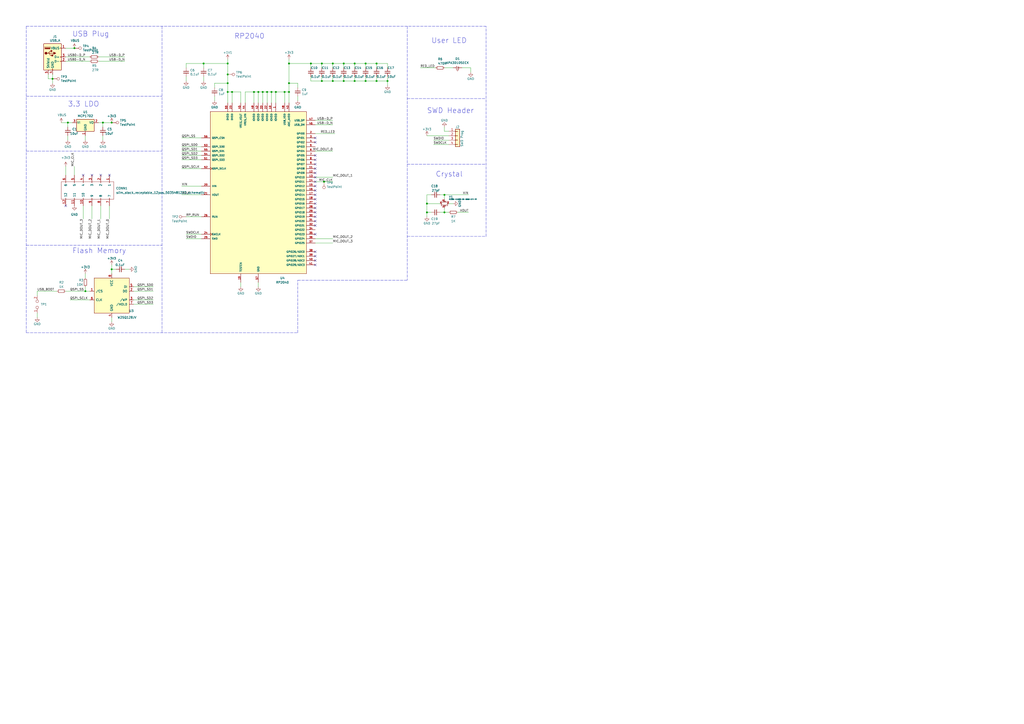
<source format=kicad_sch>
(kicad_sch (version 20211123) (generator eeschema)
  (paper "A2")
  (title_block (title "Multi Speaker Wearable Array") (date "2021-11-20") (rev "V 0.1") (comment 3 "Fork of: Mico, Electronuts Labs") (comment 4 "Design: Cayden Pierce"))
  (lib_symbols
    (symbol "+3V3_1" (power) (pin_names (offset 0))
      (property "Value" "+3V3_1" (at 0 3.556 0))
      (symbol "+3V3_1_0_1"
        (polyline (pts (xy -0.762 1.27) (xy 0 2.54)))
        (polyline (pts (xy 0 0) (xy 0 2.54)))
        (polyline (pts (xy 0 2.54) (xy 0.762 1.27)))
      )
      (symbol "+3V3_1_1_1"
        (pin power_in line (at 0 0 90) (length 0) hide (name "+3V3") (number "1"))
      )
    )
    (symbol "Connector:TestPoint" (pin_numbers hide) (pin_names (offset 0.762) hide)
      (property "Reference" "TP" (at 0 6.858 0))
      (property "Value" "Connector_TestPoint" (at 0 5.08 0))
      (symbol "TestPoint_0_1"
        (circle (center 0 3.302) (radius 0.762))
      )
      (symbol "TestPoint_1_1"
        (pin passive line (at 0 0 90) (length 2.54) (name "1") (number "1"))
      )
    )
    (symbol "Connector:TestPoint_2Pole" (pin_names (offset 0.762) hide)
      (property "Reference" "TP" (at 0 1.524 0))
      (property "Value" "Connector_TestPoint_2Pole" (at 0 -1.778 0))
      (symbol "TestPoint_2Pole_0_1"
        (circle (center -1.778 0) (radius 0.762))
        (circle (center 1.778 0) (radius 0.762))
        (pin passive line (at -5.08 0 0) (length 2.54) (name "1") (number "1"))
        (pin passive line (at 5.08 0 180) (length 2.54) (name "2") (number "2"))
      )
    )
    (symbol "Connector_Generic:Conn_01x04" (pin_names (offset 1.016) hide)
      (property "Reference" "J" (at 0 5.08 0))
      (property "Value" "Connector_Generic_Conn_01x04" (at 0 -7.62 0))
      (symbol "Conn_01x04_1_1"
        (rectangle (start -1.27 -4.953) (end 0 -5.207) (stroke (width 0.1524)))
        (rectangle (start -1.27 -2.413) (end 0 -2.667) (stroke (width 0.1524)))
        (rectangle (start -1.27 0.127) (end 0 -0.127) (stroke (width 0.1524)))
        (rectangle (start -1.27 2.667) (end 0 2.413) (stroke (width 0.1524)))
        (rectangle (start -1.27 3.81) (end 1.27 -6.35) (stroke (width 0.254)) (fill (type background)))
        (pin passive line (at -5.08 2.54 0) (length 3.81) (name "Pin_1") (number "1"))
        (pin passive line (at -5.08 0 0) (length 3.81) (name "Pin_2") (number "2"))
        (pin passive line (at -5.08 -2.54 0) (length 3.81) (name "Pin_3") (number "3"))
        (pin passive line (at -5.08 -5.08 0) (length 3.81) (name "Pin_4") (number "4"))
      )
    )
    (symbol "Device:C_Small" (pin_numbers hide) (pin_names (offset 0.254) hide)
      (property "Reference" "C" (at 0.254 1.778 0))
      (property "Value" "Device_C_Small" (at 0.254 -2.032 0))
      (symbol "C_Small_0_1"
        (polyline (pts (xy -1.524 -0.508) (xy 1.524 -0.508)) (stroke (width 0.3302)))
        (polyline (pts (xy -1.524 0.508) (xy 1.524 0.508)) (stroke (width 0.3048)))
      )
      (symbol "C_Small_1_1"
        (pin passive line (at 0 2.54 270) (length 2.032) (name "~") (number "1"))
        (pin passive line (at 0 -2.54 90) (length 2.032) (name "~") (number "2"))
      )
    )
    (symbol "Device:Crystal_GND24_Small" (pin_names (offset 1.016) hide)
      (property "Reference" "Y" (at 1.27 4.445 0))
      (property "Value" "Device_Crystal_GND24_Small" (at 1.27 2.54 0))
      (symbol "Crystal_GND24_Small_0_1"
        (rectangle (start -0.762 -1.524) (end 0.762 1.524))
        (polyline (pts (xy -1.27 -0.762) (xy -1.27 0.762)) (stroke (width 0.381)))
        (polyline (pts (xy 1.27 -0.762) (xy 1.27 0.762)) (stroke (width 0.381)))
        (polyline (pts (xy -1.27 -1.27) (xy -1.27 -1.905) (xy 1.27 -1.905) (xy 1.27 -1.27)))
        (polyline (pts (xy -1.27 1.27) (xy -1.27 1.905) (xy 1.27 1.905) (xy 1.27 1.27)))
      )
      (symbol "Crystal_GND24_Small_1_1"
        (pin passive line (at -2.54 0 0) (length 1.27) (name "1") (number "1"))
        (pin passive line (at 0 -2.54 90) (length 0.635) (name "2") (number "2"))
        (pin passive line (at 2.54 0 180) (length 1.27) (name "3") (number "3"))
        (pin passive line (at 0 2.54 270) (length 0.635) (name "4") (number "4"))
      )
    )
    (symbol "Device:LED_Small" (pin_numbers hide) (pin_names (offset 0.254) hide)
      (property "Reference" "D" (at -1.27 3.175 0))
      (property "Value" "Device_LED_Small" (at -4.445 -2.54 0))
      (symbol "LED_Small_0_1"
        (polyline (pts (xy -0.762 -1.016) (xy -0.762 1.016)))
        (polyline (pts (xy 1.016 0) (xy -0.762 0)))
        (polyline (pts (xy 0.762 -1.016) (xy -0.762 0) (xy 0.762 1.016) (xy 0.762 -1.016)))
        (polyline (pts (xy 0 0.762) (xy -0.508 1.27) (xy -0.254 1.27) (xy -0.508 1.27) (xy -0.508 1.016)))
        (polyline (pts (xy 0.508 1.27) (xy 0 1.778) (xy 0.254 1.778) (xy 0 1.778) (xy 0 1.524)))
      )
      (symbol "LED_Small_1_1"
        (pin passive line (at -2.54 0 0) (length 1.778) (name "K") (number "1"))
        (pin passive line (at 2.54 0 180) (length 1.778) (name "A") (number "2"))
      )
    )
    (symbol "Device:R_Small" (pin_numbers hide) (pin_names (offset 0.254) hide)
      (property "Reference" "R" (at 0.762 0.508 0))
      (property "Value" "Device_R_Small" (at 0.762 -1.016 0))
      (symbol "R_Small_0_1"
        (rectangle (start -0.762 1.778) (end 0.762 -1.778) (stroke (width 0.2032)))
      )
      (symbol "R_Small_1_1"
        (pin passive line (at 0 2.54 270) (length 0.762) (name "~") (number "1"))
        (pin passive line (at 0 -2.54 90) (length 0.762) (name "~") (number "2"))
      )
    )
    (symbol "GND_1" (power) (pin_names (offset 0))
      (property "Value" "GND_1" (at 0 -3.81 0))
      (symbol "GND_1_0_1"
        (polyline (pts (xy 0 0) (xy 0 -1.27) (xy 1.27 -1.27) (xy 0 -2.54) (xy -1.27 -1.27) (xy 0 -1.27)))
      )
      (symbol "GND_1_1_1"
        (pin power_in line (at 0 0 270) (length 0) hide (name "GND") (number "1"))
      )
    )
    (symbol "MSA_lib:slim_stack_receptable_12pos_5035481222_schematic"
      (property "Reference" "CONN" (at 24.13 0 90))
      (property "Value" "slim_stack_receptable_12pos_5035481222_schematic" (at 1.27 10.16 0))
      (symbol "slim_stack_receptable_12pos_5035481222_schematic_0_1"
        (rectangle (start -8.89 2.54) (end 21.59 -7.62))
      )
      (symbol "slim_stack_receptable_12pos_5035481222_schematic_1_1"
        (pin bidirectional line (at 19.05 6.35 270) (length 4.54) (name "1") (number "1"))
        (pin bidirectional line (at 3.81 -11.43 90) (length 4.54) (name "10") (number "10"))
        (pin bidirectional line (at -1.27 -11.43 90) (length 4.54) (name "11") (number "11"))
        (pin bidirectional line (at -6.35 -11.43 90) (length 4.54) (name "12") (number "12"))
        (pin bidirectional line (at 13.97 6.35 270) (length 4.54) (name "2") (number "2"))
        (pin bidirectional line (at 8.89 6.35 270) (length 4.54) (name "3") (number "3"))
        (pin bidirectional line (at 3.81 6.35 270) (length 4.54) (name "4") (number "4"))
        (pin bidirectional line (at -1.27 6.35 270) (length 4.54) (name "5") (number "5"))
        (pin bidirectional line (at -6.35 6.35 270) (length 4.54) (name "6") (number "6"))
        (pin bidirectional line (at 19.05 -11.43 90) (length 4.54) (name "7") (number "7"))
        (pin bidirectional line (at 13.97 -11.43 90) (length 4.54) (name "8") (number "8"))
        (pin bidirectional line (at 8.89 -11.43 90) (length 4.54) (name "9") (number "9"))
      )
    )
    (symbol "Regulator_Linear:MCP1700-3302E_SOT23" (pin_names (offset 0.254))
      (property "Reference" "U" (at -3.81 3.175 0))
      (property "Value" "Regulator_Linear_MCP1700-3302E_SOT23" (at 0 3.175 0))
      (symbol "MCP1700-3302E_SOT23_0_1"
        (rectangle (start -5.08 1.905) (end 5.08 -5.08) (stroke (width 0.254)) (fill (type background)))
      )
      (symbol "MCP1700-3302E_SOT23_1_1"
        (pin power_in line (at 0 -7.62 90) (length 2.54) (name "GND") (number "1"))
        (pin power_out line (at 7.62 0 180) (length 2.54) (name "VO") (number "2"))
        (pin power_in line (at -7.62 0 0) (length 2.54) (name "VI") (number "3"))
      )
    )
    (symbol "mico-rescue:USB_A-Connector" (pin_names (offset 1.016))
      (property "Reference" "J" (at -5.08 11.43 0))
      (property "Value" "USB_A-Connector" (at -5.08 8.89 0))
      (symbol "USB_A-Connector_0_1"
        (rectangle (start -5.08 -7.62) (end 5.08 7.62) (stroke (width 0.254)) (fill (type background)))
        (circle (center -3.81 2.159) (radius 0.635) (stroke (width 0.254)) (fill (type outline)))
        (rectangle (start -1.524 4.826) (end -4.318 5.334) (fill (type outline)))
        (rectangle (start -1.27 4.572) (end -4.572 5.842))
        (circle (center -0.635 3.429) (radius 0.381) (stroke (width 0.254)) (fill (type outline)))
        (rectangle (start -0.127 -7.62) (end 0.127 -6.858))
        (polyline (pts (xy -3.175 2.159) (xy -2.54 2.159) (xy -1.27 3.429) (xy -0.635 3.429)) (stroke (width 0.254)))
        (polyline (pts (xy -2.54 2.159) (xy -1.905 2.159) (xy -1.27 0.889) (xy 0 0.889)) (stroke (width 0.254)))
        (polyline (pts (xy 0.635 2.794) (xy 0.635 1.524) (xy 1.905 2.159) (xy 0.635 2.794)) (stroke (width 0.254)) (fill (type outline)))
        (rectangle (start 0.254 1.27) (end -0.508 0.508) (stroke (width 0.254)) (fill (type outline)))
        (rectangle (start 5.08 -2.667) (end 4.318 -2.413))
        (rectangle (start 5.08 -0.127) (end 4.318 0.127))
        (rectangle (start 5.08 4.953) (end 4.318 5.207))
      )
      (symbol "USB_A-Connector_1_1"
        (polyline (pts (xy -1.905 2.159) (xy 0.635 2.159)) (stroke (width 0.254)))
        (pin power_in line (at 7.62 5.08 180) (length 2.54) (name "VBUS") (number "1"))
        (pin bidirectional line (at 7.62 -2.54 180) (length 2.54) (name "D-") (number "2"))
        (pin bidirectional line (at 7.62 0 180) (length 2.54) (name "D+") (number "3"))
        (pin power_in line (at 0 -10.16 90) (length 2.54) (name "GND") (number "4"))
        (pin passive line (at -2.54 -10.16 90) (length 2.54) (name "Shield") (number "5"))
      )
    )
    (symbol "mico:RP2040" (pin_names (offset 1.016))
      (property "Reference" "U" (at 17.78 -50.8 0))
      (property "Value" "RP2040" (at 15.24 -53.34 0))
      (symbol "RP2040_0_0"
        (pin power_in line (at 10.16 53.34 270) (length 5.08) (name "IOVDD") (number "1"))
        (pin power_in line (at 7.62 53.34 270) (length 5.08) (name "IOVDD") (number "10"))
        (pin bidirectional line (at 33.02 15.24 180) (length 5.08) (name "GPIO8") (number "11"))
        (pin bidirectional line (at 33.02 12.7 180) (length 5.08) (name "GPIO9") (number "12"))
        (pin bidirectional line (at 33.02 10.16 180) (length 5.08) (name "GPIO10") (number "13"))
        (pin bidirectional line (at 33.02 7.62 180) (length 5.08) (name "GPIO11") (number "14"))
        (pin bidirectional line (at 33.02 5.08 180) (length 5.08) (name "GPIO12") (number "15"))
        (pin bidirectional line (at 33.02 2.54 180) (length 5.08) (name "GPIO13") (number "16"))
        (pin bidirectional line (at 33.02 0 180) (length 5.08) (name "GPIO14") (number "17"))
        (pin bidirectional line (at 33.02 -2.54 180) (length 5.08) (name "GPIO15") (number "18"))
        (pin passive line (at -10.16 -50.8 90) (length 5.08) (name "TESTEN") (number "19"))
        (pin bidirectional line (at 33.02 35.56 180) (length 5.08) (name "GPIO0") (number "2"))
        (pin input line (at -33.02 5.08 0) (length 5.08) (name "XIN") (number "20"))
        (pin output line (at -33.02 0 0) (length 5.08) (name "XOUT") (number "21"))
        (pin power_in line (at 5.08 53.34 270) (length 5.08) (name "IOVDD") (number "22"))
        (pin power_in line (at -15.24 53.34 270) (length 5.08) (name "DVDD") (number "23"))
        (pin input clock (at -33.02 -22.86 0) (length 5.08) (name "SWCLK") (number "24"))
        (pin bidirectional line (at -33.02 -25.4 0) (length 5.08) (name "SWD") (number "25"))
        (pin input line (at -33.02 -12.7 0) (length 5.08) (name "RUN") (number "26"))
        (pin bidirectional line (at 33.02 -5.08 180) (length 5.08) (name "GPIO16") (number "27"))
        (pin bidirectional line (at 33.02 -7.62 180) (length 5.08) (name "GPIO17") (number "28"))
        (pin bidirectional line (at 33.02 -10.16 180) (length 5.08) (name "GPIO18") (number "29"))
        (pin bidirectional line (at 33.02 33.02 180) (length 5.08) (name "GPIO1") (number "3"))
        (pin bidirectional line (at 33.02 -12.7 180) (length 5.08) (name "GPIO19") (number "30"))
        (pin bidirectional line (at 33.02 -15.24 180) (length 5.08) (name "GPIO20") (number "31"))
        (pin bidirectional line (at 33.02 -17.78 180) (length 5.08) (name "GPIO21") (number "32"))
        (pin power_in line (at 2.54 53.34 270) (length 5.08) (name "IOVDD") (number "33"))
        (pin bidirectional line (at 33.02 -20.32 180) (length 5.08) (name "GPIO22") (number "34"))
        (pin bidirectional line (at 33.02 -22.86 180) (length 5.08) (name "GPIO23") (number "35"))
        (pin bidirectional line (at 33.02 -25.4 180) (length 5.08) (name "GPIO24") (number "36"))
        (pin bidirectional line (at 33.02 -27.94 180) (length 5.08) (name "GPIO25") (number "37"))
        (pin bidirectional line (at 33.02 -33.02 180) (length 5.08) (name "GPIO26/ADC0") (number "38"))
        (pin bidirectional line (at 33.02 -35.56 180) (length 5.08) (name "GPIO27/ADC1") (number "39"))
        (pin bidirectional line (at 33.02 30.48 180) (length 5.08) (name "GPIO2") (number "4"))
        (pin bidirectional line (at 33.02 -38.1 180) (length 5.08) (name "GPIO28/ADC2") (number "40"))
        (pin bidirectional line (at 33.02 -40.64 180) (length 5.08) (name "GPIO29/ADC3") (number "41"))
        (pin power_in line (at 0 53.34 270) (length 5.08) (name "IOVDD") (number "42"))
        (pin power_in line (at 17.78 53.34 270) (length 5.08) (name "ADC_AVDD") (number "43"))
        (pin input line (at -7.62 53.34 270) (length 5.08) (name "VREG_VIN") (number "44"))
        (pin output line (at -10.16 53.34 270) (length 5.08) (name "VREG_VOUT") (number "45"))
        (pin bidirectional line (at 33.02 40.64 180) (length 5.08) (name "USB_DM") (number "46"))
        (pin bidirectional line (at 33.02 43.18 180) (length 5.08) (name "USB_DP") (number "47"))
        (pin power_in line (at 15.24 53.34 270) (length 5.08) (name "USB_VDD") (number "48"))
        (pin power_in line (at -2.54 53.34 270) (length 5.08) (name "IOVDD") (number "49"))
        (pin bidirectional line (at 33.02 27.94 180) (length 5.08) (name "GPIO3") (number "5"))
        (pin power_in line (at -17.78 53.34 270) (length 5.08) (name "DVDD") (number "50"))
        (pin bidirectional line (at -33.02 20.32 0) (length 5.08) (name "QSPI_SD3") (number "51"))
        (pin bidirectional clock (at -33.02 15.24 0) (length 5.08) (name "QSPI_SCLK") (number "52"))
        (pin bidirectional line (at -33.02 27.94 0) (length 5.08) (name "QSPI_SD0") (number "53"))
        (pin bidirectional line (at -33.02 22.86 0) (length 5.08) (name "QSPI_SD2") (number "54"))
        (pin bidirectional line (at -33.02 25.4 0) (length 5.08) (name "QSPI_SD1") (number "55"))
        (pin bidirectional line (at -33.02 33.02 0) (length 5.08) (name "QSPI_CSN") (number "56"))
        (pin power_in line (at 0 -50.8 90) (length 5.08) (name "GND") (number "57"))
        (pin bidirectional line (at 33.02 25.4 180) (length 5.08) (name "GPIO4") (number "6"))
        (pin bidirectional line (at 33.02 22.86 180) (length 5.08) (name "GPIO5") (number "7"))
        (pin bidirectional line (at 33.02 20.32 180) (length 5.08) (name "GPIO6") (number "8"))
        (pin bidirectional line (at 33.02 17.78 180) (length 5.08) (name "GPIO7") (number "9"))
      )
      (symbol "RP2040_0_1"
        (rectangle (start 27.94 48.26) (end -27.94 -45.72) (stroke (width 0.2032)) (fill (type background)))
      )
    )
    (symbol "mico:W25Q128JV" (pin_names (offset 1.016))
      (property "Reference" "U" (at 0 22.86 0))
      (property "Value" "W25Q128JV" (at 0 20.32 0))
      (symbol "W25Q128JV_0_1"
        (rectangle (start -10.16 10.16) (end 10.16 -10.16) (stroke (width 0.2032)) (fill (type background)))
      )
      (symbol "W25Q128JV_1_1"
        (pin input line (at -12.7 2.54 0) (length 2.54) (name "/CS") (number "1"))
        (pin bidirectional line (at 12.7 2.54 180) (length 2.54) (name "DO") (number "2"))
        (pin bidirectional line (at 12.7 -2.54 180) (length 2.54) (name "/WP") (number "3"))
        (pin power_in line (at 0 -12.7 90) (length 2.54) (name "GND") (number "4"))
        (pin bidirectional line (at 12.7 5.08 180) (length 2.54) (name "DI") (number "5"))
        (pin input line (at -12.7 -2.54 0) (length 2.54) (name "CLK") (number "6"))
        (pin bidirectional line (at 12.7 -5.08 180) (length 2.54) (name "/HOLD") (number "7"))
        (pin power_in line (at 0 12.7 270) (length 2.54) (name "VCC") (number "8"))
      )
    )
    (symbol "power:+1V1" (power) (pin_names (offset 0))
      (property "Value" "power_+1V1" (at 0 3.556 0))
      (symbol "+1V1_0_1"
        (polyline (pts (xy -0.762 1.27) (xy 0 2.54)))
        (polyline (pts (xy 0 0) (xy 0 2.54)))
        (polyline (pts (xy 0 2.54) (xy 0.762 1.27)))
      )
      (symbol "+1V1_1_1"
        (pin power_in line (at 0 0 90) (length 0) hide (name "+1V1") (number "1"))
      )
    )
    (symbol "power:+3V3" (power) (pin_names (offset 0))
      (property "Value" "power_+3V3" (at 0 3.556 0))
      (symbol "+3V3_0_1"
        (polyline (pts (xy -0.762 1.27) (xy 0 2.54)))
        (polyline (pts (xy 0 0) (xy 0 2.54)))
        (polyline (pts (xy 0 2.54) (xy 0.762 1.27)))
      )
      (symbol "+3V3_1_1"
        (pin power_in line (at 0 0 90) (length 0) hide (name "+3V3") (number "1"))
      )
    )
    (symbol "power:GND" (power) (pin_names (offset 0))
      (property "Value" "power_GND" (at 0 -3.81 0))
      (symbol "GND_0_1"
        (polyline (pts (xy 0 0) (xy 0 -1.27) (xy 1.27 -1.27) (xy 0 -2.54) (xy -1.27 -1.27) (xy 0 -1.27)))
      )
      (symbol "GND_1_1"
        (pin power_in line (at 0 0 270) (length 0) hide (name "GND") (number "1"))
      )
    )
    (symbol "power:VBUS" (power) (pin_names (offset 0))
      (property "Value" "power_VBUS" (at 0 3.81 0))
      (symbol "VBUS_0_1"
        (polyline (pts (xy -0.762 1.27) (xy 0 2.54)))
        (polyline (pts (xy 0 0) (xy 0 2.54)))
        (polyline (pts (xy 0 2.54) (xy 0.762 1.27)))
      )
      (symbol "VBUS_1_1"
        (pin power_in line (at 0 0 90) (length 0) hide (name "VBUS") (number "1"))
      )
    )
  )
  (junction (at 147.32 53.34))
  (junction (at 212.09 36.83))
  (junction (at 157.48 53.34))
  (junction (at 247.65 118.11))
  (junction (at 132.08 36.83))
  (junction (at 167.64 48.26))
  (junction (at 59.69 71.12))
  (junction (at 186.69 36.83))
  (junction (at 167.64 53.34))
  (junction (at 193.04 36.83))
  (junction (at 212.09 46.99))
  (junction (at 64.77 71.12))
  (junction (at 160.02 53.34))
  (junction (at 118.11 36.83))
  (junction (at 49.53 168.91))
  (junction (at 247.65 123.19))
  (junction (at 205.74 46.99))
  (junction (at 180.34 36.83))
  (junction (at 257.81 123.19))
  (junction (at 218.44 36.83))
  (junction (at 199.39 46.99))
  (junction (at 132.08 53.34))
  (junction (at 186.69 46.99))
  (junction (at 43.18 27.94))
  (junction (at 224.79 46.99))
  (junction (at 39.37 71.12))
  (junction (at 193.04 46.99))
  (junction (at 149.86 53.34))
  (junction (at 154.94 53.34))
  (junction (at 257.81 113.03))
  (junction (at 218.44 46.99))
  (junction (at 205.74 36.83))
  (junction (at 64.77 156.21))
  (junction (at 30.48 45.72))
  (junction (at 167.64 36.83))
  (junction (at 165.1 53.34))
  (junction (at 199.39 36.83))
  (junction (at 134.62 53.34))
  (junction (at 187.96 105.41))
  (junction (at 152.4 53.34))
  (junction (at 132.08 48.26))
  (junction (at 132.08 43.18))
  (no_connect (at 182.88 118.11))
  (no_connect (at 182.88 151.13))
  (no_connect (at 182.88 97.79))
  (no_connect (at 182.88 90.17))
  (no_connect (at 182.88 148.59))
  (no_connect (at 182.88 115.57))
  (no_connect (at 182.88 123.19))
  (no_connect (at 182.88 92.71))
  (no_connect (at 182.88 100.33))
  (no_connect (at 182.88 105.41))
  (no_connect (at 182.88 130.81))
  (no_connect (at 38.1 119.38))
  (no_connect (at 182.88 120.65))
  (no_connect (at 182.88 135.89))
  (no_connect (at 182.88 110.49))
  (no_connect (at 63.5 101.6))
  (no_connect (at 48.26 101.6))
  (no_connect (at 58.42 101.6))
  (no_connect (at 53.34 101.6))
  (no_connect (at 182.88 153.67))
  (no_connect (at 182.88 113.03))
  (no_connect (at 182.88 128.27))
  (no_connect (at 182.88 82.55))
  (no_connect (at 182.88 95.25))
  (no_connect (at 182.88 102.87))
  (no_connect (at 182.88 146.05))
  (no_connect (at 182.88 107.95))
  (no_connect (at 182.88 125.73))
  (no_connect (at 182.88 80.01))
  (polyline (pts (xy 172.72 193.04) (xy 172.72 162.56)))
  (wire (pts (xy 63.5 119.38) (xy 63.5 127)))
  (polyline (pts (xy 172.72 162.56) (xy 236.22 162.56)))
  (wire (pts (xy 154.94 53.34) (xy 157.48 53.34)))
  (wire (pts (xy 212.09 44.45) (xy 212.09 46.99)))
  (wire (pts (xy 116.84 92.71) (xy 105.41 92.71)))
  (wire (pts (xy 118.11 39.37) (xy 118.11 36.83)))
  (wire (pts (xy 88.9 173.99) (xy 77.47 173.99)))
  (wire (pts (xy 165.1 59.69) (xy 165.1 53.34)))
  (wire (pts (xy 157.48 53.34) (xy 160.02 53.34)))
  (wire (pts (xy 165.1 53.34) (xy 167.64 53.34)))
  (wire (pts (xy 67.31 156.21) (xy 64.77 156.21)))
  (wire (pts (xy 152.4 59.69) (xy 152.4 53.34)))
  (wire (pts (xy 52.07 35.56) (xy 38.1 35.56)))
  (polyline (pts (xy 15.24 55.88) (xy 93.98 55.88)))
  (wire (pts (xy 205.74 44.45) (xy 205.74 46.99)))
  (wire (pts (xy 257.81 76.2) (xy 257.81 73.66)))
  (wire (pts (xy 247.65 123.19) (xy 247.65 125.73)))
  (wire (pts (xy 205.74 36.83) (xy 212.09 36.83)))
  (wire (pts (xy 118.11 36.83) (xy 132.08 36.83)))
  (wire (pts (xy 218.44 46.99) (xy 224.79 46.99)))
  (wire (pts (xy 182.88 105.41) (xy 187.96 105.41)))
  (wire (pts (xy 21.59 168.91) (xy 21.59 171.45)))
  (wire (pts (xy 57.15 71.12) (xy 59.69 71.12)))
  (wire (pts (xy 186.69 39.37) (xy 186.69 36.83)))
  (polyline (pts (xy 236.22 57.15) (xy 281.94 57.15)))
  (wire (pts (xy 57.15 35.56) (xy 72.39 35.56)))
  (wire (pts (xy 247.65 118.11) (xy 247.65 123.19)))
  (wire (pts (xy 59.69 73.66) (xy 59.69 71.12)))
  (wire (pts (xy 38.1 168.91) (xy 49.53 168.91)))
  (wire (pts (xy 118.11 46.99) (xy 118.11 44.45)))
  (wire (pts (xy 224.79 46.99) (xy 224.79 49.53)))
  (wire (pts (xy 186.69 36.83) (xy 193.04 36.83)))
  (wire (pts (xy 193.04 44.45) (xy 193.04 46.99)))
  (wire (pts (xy 180.34 44.45) (xy 180.34 46.99)))
  (wire (pts (xy 160.02 59.69) (xy 160.02 53.34)))
  (wire (pts (xy 160.02 53.34) (xy 165.1 53.34)))
  (wire (pts (xy 134.62 53.34) (xy 132.08 53.34)))
  (wire (pts (xy 199.39 46.99) (xy 205.74 46.99)))
  (wire (pts (xy 116.84 97.79) (xy 105.41 97.79)))
  (wire (pts (xy 105.41 87.63) (xy 116.84 87.63)))
  (wire (pts (xy 105.41 80.01) (xy 116.84 80.01)))
  (wire (pts (xy 39.37 71.12) (xy 35.56 71.12)))
  (wire (pts (xy 218.44 39.37) (xy 218.44 36.83)))
  (wire (pts (xy 132.08 36.83) (xy 132.08 34.29)))
  (wire (pts (xy 257.81 113.03) (xy 271.78 113.03)))
  (wire (pts (xy 218.44 36.83) (xy 224.79 36.83)))
  (wire (pts (xy 149.86 53.34) (xy 152.4 53.34)))
  (wire (pts (xy 243.84 39.37) (xy 252.73 39.37)))
  (wire (pts (xy 273.05 39.37) (xy 273.05 41.91)))
  (wire (pts (xy 41.91 71.12) (xy 39.37 71.12)))
  (wire (pts (xy 64.77 184.15) (xy 64.77 186.69)))
  (wire (pts (xy 53.34 119.38) (xy 53.34 127)))
  (wire (pts (xy 59.69 71.12) (xy 64.77 71.12)))
  (wire (pts (xy 167.64 53.34) (xy 167.64 48.26)))
  (wire (pts (xy 134.62 53.34) (xy 139.7 53.34)))
  (wire (pts (xy 39.37 78.74) (xy 39.37 81.28)))
  (wire (pts (xy 167.64 53.34) (xy 167.64 59.69)))
  (wire (pts (xy 139.7 53.34) (xy 139.7 59.69)))
  (wire (pts (xy 33.02 168.91) (xy 21.59 168.91)))
  (wire (pts (xy 152.4 53.34) (xy 154.94 53.34)))
  (wire (pts (xy 39.37 73.66) (xy 39.37 71.12)))
  (wire (pts (xy 107.95 44.45) (xy 107.95 46.99)))
  (wire (pts (xy 218.44 44.45) (xy 218.44 46.99)))
  (wire (pts (xy 186.69 44.45) (xy 186.69 46.99)))
  (wire (pts (xy 27.94 43.18) (xy 27.94 45.72)))
  (wire (pts (xy 260.35 76.2) (xy 257.81 76.2)))
  (wire (pts (xy 260.35 123.19) (xy 257.81 123.19)))
  (wire (pts (xy 199.39 36.83) (xy 205.74 36.83)))
  (wire (pts (xy 105.41 113.03) (xy 116.84 113.03)))
  (wire (pts (xy 149.86 59.69) (xy 149.86 53.34)))
  (wire (pts (xy 59.69 78.74) (xy 59.69 81.28)))
  (wire (pts (xy 132.08 36.83) (xy 132.08 43.18)))
  (wire (pts (xy 193.04 72.39) (xy 182.88 72.39)))
  (wire (pts (xy 224.79 39.37) (xy 224.79 36.83)))
  (wire (pts (xy 38.1 96.52) (xy 38.1 101.6)))
  (wire (pts (xy 257.81 120.65) (xy 257.81 123.19)))
  (wire (pts (xy 262.89 39.37) (xy 257.81 39.37)))
  (wire (pts (xy 132.08 59.69) (xy 132.08 53.34)))
  (wire (pts (xy 193.04 46.99) (xy 199.39 46.99)))
  (wire (pts (xy 172.72 58.42) (xy 172.72 55.88)))
  (wire (pts (xy 187.96 105.41) (xy 193.04 105.41)))
  (wire (pts (xy 142.24 59.69) (xy 142.24 53.34)))
  (polyline (pts (xy 15.24 142.24) (xy 93.98 142.24)))
  (wire (pts (xy 212.09 39.37) (xy 212.09 36.83)))
  (wire (pts (xy 118.11 36.83) (xy 107.95 36.83)))
  (wire (pts (xy 180.34 36.83) (xy 186.69 36.83)))
  (wire (pts (xy 147.32 59.69) (xy 147.32 53.34)))
  (polyline (pts (xy 236.22 15.24) (xy 236.22 162.56)))
  (wire (pts (xy 257.81 115.57) (xy 257.81 113.03)))
  (polyline (pts (xy 15.24 193.04) (xy 172.72 193.04)))
  (wire (pts (xy 116.84 107.95) (xy 105.41 107.95)))
  (wire (pts (xy 49.53 161.29) (xy 49.53 158.75)))
  (wire (pts (xy 77.47 166.37) (xy 88.9 166.37)))
  (wire (pts (xy 257.81 113.03) (xy 255.27 113.03)))
  (wire (pts (xy 250.19 113.03) (xy 247.65 113.03)))
  (wire (pts (xy 64.77 156.21) (xy 64.77 153.67)))
  (wire (pts (xy 199.39 44.45) (xy 199.39 46.99)))
  (wire (pts (xy 224.79 44.45) (xy 224.79 46.99)))
  (wire (pts (xy 267.97 39.37) (xy 273.05 39.37)))
  (wire (pts (xy 52.07 173.99) (xy 40.64 173.99)))
  (polyline (pts (xy 236.22 95.25) (xy 281.94 95.25)))
  (wire (pts (xy 199.39 39.37) (xy 199.39 36.83)))
  (polyline (pts (xy 15.24 15.24) (xy 15.24 193.04)))
  (wire (pts (xy 247.65 123.19) (xy 250.19 123.19)))
  (wire (pts (xy 180.34 36.83) (xy 167.64 36.83)))
  (wire (pts (xy 257.81 123.19) (xy 255.27 123.19)))
  (wire (pts (xy 43.18 96.52) (xy 43.18 101.6)))
  (wire (pts (xy 182.88 69.85) (xy 193.04 69.85)))
  (wire (pts (xy 116.84 85.09) (xy 105.41 85.09)))
  (wire (pts (xy 116.84 125.73) (xy 107.95 125.73)))
  (wire (pts (xy 193.04 36.83) (xy 199.39 36.83)))
  (wire (pts (xy 147.32 53.34) (xy 149.86 53.34)))
  (wire (pts (xy 212.09 36.83) (xy 218.44 36.83)))
  (wire (pts (xy 49.53 78.74) (xy 49.53 81.28)))
  (wire (pts (xy 260.35 78.74) (xy 247.65 78.74)))
  (wire (pts (xy 57.15 33.02) (xy 72.39 33.02)))
  (wire (pts (xy 124.46 58.42) (xy 124.46 55.88)))
  (wire (pts (xy 271.78 123.19) (xy 265.43 123.19)))
  (wire (pts (xy 30.48 45.72) (xy 30.48 43.18)))
  (wire (pts (xy 132.08 53.34) (xy 132.08 48.26)))
  (wire (pts (xy 48.26 119.38) (xy 48.26 127)))
  (wire (pts (xy 116.84 135.89) (xy 107.95 135.89)))
  (wire (pts (xy 132.08 48.26) (xy 124.46 48.26)))
  (wire (pts (xy 142.24 53.34) (xy 147.32 53.34)))
  (wire (pts (xy 182.88 102.87) (xy 193.04 102.87)))
  (wire (pts (xy 88.9 168.91) (xy 77.47 168.91)))
  (wire (pts (xy 172.72 48.26) (xy 172.72 50.8)))
  (polyline (pts (xy 15.24 15.24) (xy 281.94 15.24)))
  (wire (pts (xy 182.88 138.43) (xy 193.04 138.43)))
  (wire (pts (xy 58.42 119.38) (xy 58.42 127)))
  (wire (pts (xy 247.65 113.03) (xy 247.65 118.11)))
  (wire (pts (xy 205.74 46.99) (xy 212.09 46.99)))
  (wire (pts (xy 167.64 36.83) (xy 167.64 48.26)))
  (wire (pts (xy 182.88 140.97) (xy 193.04 140.97)))
  (wire (pts (xy 182.88 87.63) (xy 193.04 87.63)))
  (wire (pts (xy 72.39 156.21) (xy 74.93 156.21)))
  (wire (pts (xy 77.47 176.53) (xy 88.9 176.53)))
  (wire (pts (xy 260.35 83.82) (xy 251.46 83.82)))
  (wire (pts (xy 64.77 158.75) (xy 64.77 156.21)))
  (wire (pts (xy 167.64 48.26) (xy 172.72 48.26)))
  (wire (pts (xy 212.09 46.99) (xy 218.44 46.99)))
  (wire (pts (xy 260.35 118.11) (xy 262.89 118.11)))
  (wire (pts (xy 154.94 59.69) (xy 154.94 53.34)))
  (wire (pts (xy 107.95 39.37) (xy 107.95 36.83)))
  (wire (pts (xy 134.62 59.69) (xy 134.62 53.34)))
  (wire (pts (xy 205.74 39.37) (xy 205.74 36.83)))
  (wire (pts (xy 132.08 43.18) (xy 132.08 48.26)))
  (wire (pts (xy 149.86 163.83) (xy 149.86 166.37)))
  (wire (pts (xy 21.59 181.61) (xy 21.59 184.15)))
  (polyline (pts (xy 236.22 137.16) (xy 281.94 137.16)))
  (wire (pts (xy 255.27 118.11) (xy 247.65 118.11)))
  (wire (pts (xy 194.31 77.47) (xy 182.88 77.47)))
  (wire (pts (xy 38.1 27.94) (xy 43.18 27.94)))
  (wire (pts (xy 49.53 168.91) (xy 52.07 168.91)))
  (wire (pts (xy 260.35 81.28) (xy 251.46 81.28)))
  (wire (pts (xy 49.53 168.91) (xy 49.53 166.37)))
  (wire (pts (xy 105.41 90.17) (xy 116.84 90.17)))
  (wire (pts (xy 116.84 138.43) (xy 107.95 138.43)))
  (wire (pts (xy 167.64 34.29) (xy 167.64 36.83)))
  (wire (pts (xy 180.34 39.37) (xy 180.34 36.83)))
  (polyline (pts (xy 281.94 137.16) (xy 281.94 15.24)))
  (wire (pts (xy 157.48 59.69) (xy 157.48 53.34)))
  (wire (pts (xy 193.04 39.37) (xy 193.04 36.83)))
  (wire (pts (xy 27.94 45.72) (xy 30.48 45.72)))
  (wire (pts (xy 139.7 163.83) (xy 139.7 166.37)))
  (wire (pts (xy 38.1 33.02) (xy 52.07 33.02)))
  (wire (pts (xy 186.69 46.99) (xy 193.04 46.99)))
  (wire (pts (xy 180.34 46.99) (xy 186.69 46.99)))
  (wire (pts (xy 30.48 48.26) (xy 30.48 45.72)))
  (polyline (pts (xy 15.24 87.63) (xy 93.98 87.63)))
  (polyline (pts (xy 93.98 15.24) (xy 93.98 193.04)))
  (wire (pts (xy 124.46 48.26) (xy 124.46 50.8)))
  (text "USB Plug" (at 41.91 21.59 0) (effects (font (size 2.9972 2.9972)) (justify left bottom)))
  (text "Crystal" (at 252.73 102.87 0) (effects (font (size 2.9972 2.9972)) (justify left bottom)))
  (text "Flash Memory" (at 41.91 147.32 0) (effects (font (size 2.9972 2.9972)) (justify left bottom)))
  (text "SWD Header" (at 247.65 66.04 0) (effects (font (size 2.9972 2.9972)) (justify left bottom)))
  (text "User LED" (at 250.19 25.4 0) (effects (font (size 2.9972 2.9972)) (justify left bottom)))
  (text "3.3 LDO" (at 39.37 62.23 0) (effects (font (size 2.9972 2.9972)) (justify left bottom)))
  (text "RP2040" (at 135.89 22.86 0) (effects (font (size 2.9972 2.9972)) (justify left bottom)))
  (label "QSPI_SD3" (at 88.9 176.53 180))
  (label "XIN" (at 105.41 107.95 0))
  (label "USB-D_P" (at 72.39 33.02 180))
  (label "SWDIO" (at 107.95 138.43 0))
  (label "QSPI_SD1" (at 88.9 168.91 180))
  (label "MIC_DOUT_1" (at 193.04 102.87 0))
  (label "RP_RUN" (at 107.95 125.73 0))
  (label "MIC_CLK" (at 43.18 96.52 90))
  (label "XIN" (at 271.78 113.03 180))
  (label "QSPI_SD0" (at 105.41 85.09 0))
  (label "RED_LED" (at 243.84 39.37 0))
  (label "MIC_DOUT_3" (at 48.26 127 270))
  (label "QSPI_SCLK" (at 105.41 97.79 0))
  (label "MIC_DOUT_2" (at 193.04 138.43 0))
  (label "QSPI_SD2" (at 105.41 90.17 0))
  (label "SWDIO" (at 251.46 81.28 0))
  (label "MIC_DOUT_3" (at 193.04 140.97 0))
  (label "MIC_DOUT_2" (at 53.34 127 270))
  (label "MIC_DOUT_0" (at 193.04 87.63 180))
  (label "MIC_DOUT_1" (at 58.42 127 270))
  (label "MIC_CLK" (at 193.04 105.41 180))
  (label "USB-D_P" (at 193.04 69.85 180))
  (label "QSPI_SS" (at 105.41 80.01 0))
  (label "QSPI_SD3" (at 105.41 92.71 0))
  (label "USB-D_N" (at 72.39 35.56 180))
  (label "QSPI_SS" (at 40.64 168.91 0))
  (label "XOUT" (at 271.78 123.19 180))
  (label "USB_BOOT" (at 21.59 168.91 0))
  (label "USB-D_N" (at 193.04 72.39 180))
  (label "USB0-D_P" (at 49.53 33.02 180))
  (label "USB0-D_N" (at 49.53 35.56 180))
  (label "QSPI_SD1" (at 105.41 87.63 0))
  (label "QSPI_SD2" (at 88.9 173.99 180))
  (label "SWDCLK" (at 107.95 135.89 0))
  (label "QSPI_SCLK" (at 40.64 173.99 0))
  (label "XOUT" (at 105.41 113.03 0))
  (label "RED_LED" (at 194.31 77.47 180))
  (label "SWDCLK" (at 251.46 83.82 0))
  (label "MIC_DOUT_0" (at 63.5 127 270))
  (label "QSPI_SD0" (at 88.9 166.37 180))
  (symbol (lib_id "power:GND") (at 30.48 48.26 0) (unit 1)
    (property "Reference" "#PWR011" (effects hide))
    (property "Value" "GND" (at 30.48 52.07 0))
  )
  (symbol (lib_id "power:+3V3") (at 167.64 34.29 0) (unit 1)
    (property "Reference" "#PWR023" (effects hide))
    (property "Value" "+3V3" (at 167.64 30.48 0))
  )
  (symbol (lib_id "Device:C_Small") (at 180.34 41.91 0) (unit 1)
    (property "Reference" "C10" (at 180.34 39.37 0) (effects (justify left)))
    (property "Value" "0.1uF" (at 180.34 44.45 0) (effects (justify left)))
    (property "Footprint" "Capacitor_SMD:C_0402_1005Metric" (effects hide))
  )
  (symbol (lib_id "Device:R_Small") (at 54.61 33.02 270) (unit 1)
    (property "Reference" "R4" (at 53.34 27.94 90) (effects (justify left)))
    (property "Value" "27R" (at 53.34 30.48 90) (effects (justify left)))
    (property "Footprint" "Resistor_SMD:R_0402_1005Metric" (effects hide))
  )
  (symbol (lib_id "mico:RP2040") (at 149.86 113.03 0) (unit 1)
    (property "Reference" "U4" (at 163.83 161.29 0))
    (property "Value" "RP2040" (at 163.83 163.83 0))
    (property "Footprint" "mico:QFN40P700X700X90-57N" (effects hide))
    (property "MAXIMUM_PACKAGE_HEIGHT" "0.9 mm" (effects hide))
    (property "MANUFACTURER" "Raspberry Pi" (effects hide))
    (property "PARTREV" "1.6.1" (effects hide))
    (property "STANDARD" "IPC 7351B" (effects hide))
  )
  (symbol (lib_id "mico:W25Q128JV") (at 64.77 171.45 0) (unit 1)
    (property "Reference" "U3" (at 76.2 180.34 0))
    (property "Value" "W25Q128JV" (at 73.66 184.15 0))
    (property "Footprint" "mico:PSON50P300X200X60-9N" (effects hide))
  )
  (symbol (lib_id "power:GND") (at 118.11 46.99 0) (unit 1)
    (property "Reference" "#PWR018" (effects hide))
    (property "Value" "GND" (at 118.11 50.8 0))
  )
  (symbol (lib_id "Device:C_Small") (at 124.46 53.34 0) (unit 1)
    (property "Reference" "C8" (at 126.7968 52.1716 0) (effects (justify left)))
    (property "Value" "1uF" (at 126.7968 54.483 0) (effects (justify left)))
    (property "Footprint" "Capacitor_SMD:C_0402_1005Metric" (effects hide))
  )
  (symbol (lib_id "Device:C_Small") (at 118.11 41.91 0) (unit 1)
    (property "Reference" "C7" (at 120.4468 40.7416 0) (effects (justify left)))
    (property "Value" "0.1uF" (at 120.4468 43.053 0) (effects (justify left)))
    (property "Footprint" "Capacitor_SMD:C_0402_1005Metric" (effects hide))
  )
  (symbol (lib_id "power:GND") (at 139.7 166.37 0) (unit 1)
    (property "Reference" "#PWR021" (effects hide))
    (property "Value" "GND" (at 139.7 170.18 0))
  )
  (symbol (lib_id "power:GND") (at 149.86 166.37 0) (unit 1)
    (property "Reference" "#PWR022" (effects hide))
    (property "Value" "GND" (at 149.86 170.18 0))
  )
  (symbol (lib_id "power:GND") (at 124.46 58.42 0) (unit 1)
    (property "Reference" "#PWR019" (effects hide))
    (property "Value" "GND" (at 124.46 62.23 0))
  )
  (symbol (lib_id "Device:C_Small") (at 107.95 41.91 0) (unit 1)
    (property "Reference" "C6" (at 110.2868 40.7416 0) (effects (justify left)))
    (property "Value" "0.1uF" (at 110.2868 43.053 0) (effects (justify left)))
    (property "Footprint" "Capacitor_SMD:C_0402_1005Metric" (effects hide))
  )
  (symbol (lib_id "power:+1V1") (at 132.08 34.29 0) (unit 1)
    (property "Reference" "#PWR020" (effects hide))
    (property "Value" "+1V1" (at 132.08 30.48 0))
  )
  (symbol (lib_id "Device:C_Small") (at 172.72 53.34 0) (unit 1)
    (property "Reference" "C9" (at 175.0568 52.1716 0) (effects (justify left)))
    (property "Value" "1uF" (at 175.0568 54.483 0) (effects (justify left)))
    (property "Footprint" "Capacitor_SMD:C_0402_1005Metric" (effects hide))
  )
  (symbol (lib_id "power:GND") (at 107.95 46.99 0) (unit 1)
    (property "Reference" "#PWR017" (effects hide))
    (property "Value" "GND" (at 107.95 50.8 0))
  )
  (symbol (lib_id "power:GND") (at 172.72 58.42 0) (unit 1)
    (property "Reference" "#PWR024" (effects hide))
    (property "Value" "GND" (at 172.72 62.23 0))
  )
  (symbol (lib_id "power:GND") (at 224.79 49.53 0) (unit 1)
    (property "Reference" "#PWR025" (effects hide))
    (property "Value" "GND" (at 224.79 53.34 0))
  )
  (symbol (lib_id "Device:R_Small") (at 54.61 35.56 270) (unit 1)
    (property "Reference" "R5" (at 53.34 38.1 90) (effects (justify left)))
    (property "Value" "27R" (at 53.34 40.64 90) (effects (justify left)))
    (property "Footprint" "Resistor_SMD:R_0402_1005Metric" (effects hide))
  )
  (symbol (lib_id "Connector:TestPoint_2Pole") (at 21.59 176.53 90) (unit 1)
    (property "Reference" "TP1" (at 25.4 176.53 90))
    (property "Value" "TestPoint_2Pole" (effects hide))
    (property "Footprint" "mico:SMD_1x02_P1.27mm" (effects hide))
  )
  (symbol (lib_id "power:GND") (at 21.59 184.15 0) (unit 1)
    (property "Reference" "#PWR01" (effects hide))
    (property "Value" "GND" (at 21.59 187.96 0))
  )
  (symbol (lib_id "mico-rescue:USB_A-Connector") (at 30.48 33.02 0) (unit 1)
    (property "Reference" "J1" (at 31.9278 21.1582 0))
    (property "Value" "USB_A" (at 31.9278 23.4696 0))
    (property "Footprint" "Connector_USB:USB_Micro-B_Molex-105133-0001" (effects hide))
    (property "Datasheet" " ~" (effects hide))
  )
  (symbol (lib_id "Device:R_Small") (at 35.56 168.91 270) (unit 1)
    (property "Reference" "R2" (at 34.29 163.83 90) (effects (justify left)))
    (property "Value" "1K" (at 34.29 166.37 90) (effects (justify left)))
    (property "Footprint" "Resistor_SMD:R_0402_1005Metric" (effects hide))
  )
  (symbol (lib_id "power:GND") (at 64.77 186.69 0) (unit 1)
    (property "Reference" "#PWR016" (effects hide))
    (property "Value" "GND" (at 64.77 190.5 0))
  )
  (symbol (lib_id "Device:R_Small") (at 49.53 163.83 0) (unit 1)
    (property "Reference" "R3" (at 45.72 162.56 0) (effects (justify left)))
    (property "Value" "10K" (at 44.45 165.1 0) (effects (justify left)))
    (property "Footprint" "Resistor_SMD:R_0402_1005Metric" (effects hide))
  )
  (symbol (lib_id "Device:C_Small") (at 69.85 156.21 90) (unit 1)
    (property "Reference" "C4" (at 71.12 151.13 90) (effects (justify left)))
    (property "Value" "0.1uF" (at 72.39 153.67 90) (effects (justify left)))
    (property "Footprint" "Capacitor_SMD:C_0402_1005Metric" (effects hide))
  )
  (symbol (lib_id "power:GND") (at 74.93 156.21 90) (unit 1)
    (property "Reference" "#PWR010" (effects hide))
    (property "Value" "GND" (at 78.74 156.21 0))
  )
  (symbol (lib_id "power:+3V3") (at 64.77 153.67 0) (unit 1)
    (property "Reference" "#PWR015" (effects hide))
    (property "Value" "+3V3" (at 64.77 149.86 0))
  )
  (symbol (lib_id "power:+3V3") (at 49.53 158.75 0) (unit 1)
    (property "Reference" "#PWR07" (effects hide))
    (property "Value" "+3V3" (at 49.53 154.94 0))
  )
  (symbol (lib_id "power:VBUS") (at 43.18 27.94 0) (unit 1)
    (property "Reference" "#PWR012" (effects hide))
    (property "Value" "VBUS" (at 43.561 23.5458 0))
  )
  (symbol (lib_id "Device:R_Small") (at 262.89 123.19 270) (unit 1)
    (property "Reference" "R7" (at 261.62 125.73 90) (effects (justify left)))
    (property "Value" "1K" (at 261.62 128.27 90) (effects (justify left)))
    (property "Footprint" "Resistor_SMD:R_0402_1005Metric" (effects hide))
  )
  (symbol (lib_id "Device:C_Small") (at 252.73 113.03 90) (unit 1)
    (property "Reference" "C18" (at 254 107.95 90) (effects (justify left)))
    (property "Value" "27pF" (at 255.27 110.49 90) (effects (justify left)))
    (property "Footprint" "Capacitor_SMD:C_0402_1005Metric" (effects hide))
  )
  (symbol (lib_id "Device:C_Small") (at 252.73 123.19 90) (unit 1)
    (property "Reference" "C19" (at 254 127 90) (effects (justify left)))
    (property "Value" "27pF" (at 255.27 129.54 90) (effects (justify left)))
    (property "Footprint" "Capacitor_SMD:C_0402_1005Metric" (effects hide))
  )
  (symbol (lib_id "power:GND") (at 247.65 125.73 0) (unit 1)
    (property "Reference" "#PWR026" (effects hide))
    (property "Value" "GND" (at 247.65 129.54 0))
  )
  (symbol (lib_id "Device:C_Small") (at 224.79 41.91 0) (unit 1)
    (property "Reference" "C17" (at 224.79 39.37 0) (effects (justify left)))
    (property "Value" "10uF" (at 224.79 44.45 0) (effects (justify left)))
    (property "Footprint" "Capacitor_SMD:C_0402_1005Metric" (effects hide))
  )
  (symbol (lib_id "Device:C_Small") (at 186.69 41.91 0) (unit 1)
    (property "Reference" "C11" (at 186.69 39.37 0) (effects (justify left)))
    (property "Value" "0.1uF" (at 186.69 44.45 0) (effects (justify left)))
    (property "Footprint" "Capacitor_SMD:C_0402_1005Metric" (effects hide))
  )
  (symbol (lib_id "Device:C_Small") (at 193.04 41.91 0) (unit 1)
    (property "Reference" "C12" (at 193.04 39.37 0) (effects (justify left)))
    (property "Value" "0.1uF" (at 193.04 44.45 0) (effects (justify left)))
    (property "Footprint" "Capacitor_SMD:C_0402_1005Metric" (effects hide))
  )
  (symbol (lib_id "Device:C_Small") (at 199.39 41.91 0) (unit 1)
    (property "Reference" "C13" (at 199.39 39.37 0) (effects (justify left)))
    (property "Value" "0.1uF" (at 199.39 44.45 0) (effects (justify left)))
    (property "Footprint" "Capacitor_SMD:C_0402_1005Metric" (effects hide))
  )
  (symbol (lib_id "Device:R_Small") (at 255.27 39.37 270) (unit 1)
    (property "Reference" "R6" (at 254 34.29 90) (effects (justify left)))
    (property "Value" "470R" (at 254 36.83 90) (effects (justify left)))
    (property "Footprint" "Resistor_SMD:R_0402_1005Metric" (effects hide))
  )
  (symbol (lib_id "Device:LED_Small") (at 265.43 39.37 180) (unit 1)
    (property "Reference" "D1" (at 265.43 34.1122 0))
    (property "Value" "APA3010SECK" (at 265.43 36.4236 0))
    (property "Footprint" "LED_SMD:LED_0402_1005Metric" (effects hide))
  )
  (symbol (lib_id "power:GND") (at 273.05 41.91 0) (unit 1)
    (property "Reference" "#PWR029" (effects hide))
    (property "Value" "GND" (at 273.05 45.72 0))
  )
  (symbol (lib_id "Device:C_Small") (at 205.74 41.91 0) (unit 1)
    (property "Reference" "C14" (at 205.74 39.37 0) (effects (justify left)))
    (property "Value" "0.1uF" (at 205.74 44.45 0) (effects (justify left)))
    (property "Footprint" "Capacitor_SMD:C_0402_1005Metric" (effects hide))
  )
  (symbol (lib_id "Connector_Generic:Conn_01x04") (at 265.43 78.74 0) (unit 1)
    (property "Reference" "J2" (at 264.16 73.66 0) (effects (justify left)))
    (property "Value" "SWD Prog" (at 267.97 85.09 90) (effects (justify left)))
    (property "Footprint" "mico:SMD_1x04_P1.27mm" (effects hide))
  )
  (symbol (lib_id "Device:C_Small") (at 212.09 41.91 0) (unit 1)
    (property "Reference" "C15" (at 212.09 39.37 0) (effects (justify left)))
    (property "Value" "0.1uF" (at 212.09 44.45 0) (effects (justify left)))
    (property "Footprint" "Capacitor_SMD:C_0402_1005Metric" (effects hide))
  )
  (symbol (lib_id "Device:C_Small") (at 218.44 41.91 0) (unit 1)
    (property "Reference" "C16" (at 218.44 39.37 0) (effects (justify left)))
    (property "Value" "0.1uF" (at 218.44 44.45 0) (effects (justify left)))
    (property "Footprint" "Capacitor_SMD:C_0402_1005Metric" (effects hide))
  )
  (symbol (lib_id "power:GND") (at 257.81 73.66 0) (mirror x) (unit 1)
    (property "Reference" "#PWR028" (effects hide))
    (property "Value" "GND" (at 257.81 69.85 0))
  )
  (symbol (lib_id "power:+3V3") (at 247.65 78.74 0) (mirror y) (unit 1)
    (property "Reference" "#PWR027" (effects hide))
    (property "Value" "+3V3" (at 247.65 74.93 0))
  )
  (symbol (lib_id "Connector:TestPoint") (at 107.95 125.73 90) (unit 1)
    (property "Reference" "TP2" (at 101.6 125.73 90))
    (property "Value" "TestPoint" (at 104.14 128.27 90))
    (property "Footprint" "mico:SMD_1x01_P1.27mm" (effects hide))
  )
  (symbol (lib_id "Regulator_Linear:MCP1700-3302E_SOT23") (at 49.53 71.12 0) (unit 1)
    (property "Reference" "U1" (at 49.53 64.9732 0))
    (property "Value" "MCP1702" (at 49.53 67.2846 0))
    (property "Footprint" "Package_TO_SOT_SMD:SOT-23" (effects hide))
    (property "Datasheet" "http://ww1.microchip.com/downloads/en/DeviceDoc/20001826D.pdf" (effects hide))
  )
  (symbol (lib_id "power:GND") (at 49.53 81.28 0) (unit 1)
    (property "Reference" "#PWR06" (effects hide))
    (property "Value" "GND" (at 49.53 85.09 0))
  )
  (symbol (lib_id "Device:C_Small") (at 59.69 76.2 0) (unit 1)
    (property "Reference" "C5" (at 62.23 74.93 0) (effects (justify left)))
    (property "Value" "10uF" (at 60.96 77.47 0) (effects (justify left)))
    (property "Footprint" "Capacitor_SMD:C_0402_1005Metric" (effects hide))
  )
  (symbol (lib_id "Device:C_Small") (at 39.37 76.2 0) (unit 1)
    (property "Reference" "C1" (at 41.91 74.93 0) (effects (justify left)))
    (property "Value" "10uF" (at 40.64 77.47 0) (effects (justify left)))
    (property "Footprint" "Capacitor_SMD:C_0402_1005Metric" (effects hide))
  )
  (symbol (lib_id "power:GND") (at 39.37 81.28 0) (unit 1)
    (property "Reference" "#PWR04" (effects hide))
    (property "Value" "GND" (at 39.37 85.09 0))
  )
  (symbol (lib_id "power:GND") (at 59.69 81.28 0) (unit 1)
    (property "Reference" "#PWR013" (effects hide))
    (property "Value" "GND" (at 59.69 85.09 0))
  )
  (symbol (lib_id "power:VBUS") (at 35.56 71.12 0) (unit 1)
    (property "Reference" "#PWR03" (effects hide))
    (property "Value" "VBUS" (at 35.941 66.7258 0))
  )
  (symbol (lib_id "power:+3V3") (at 64.77 71.12 0) (unit 1)
    (property "Reference" "#PWR014" (effects hide))
    (property "Value" "+3V3" (at 64.77 67.31 0))
  )
  (symbol (lib_id "Device:Crystal_GND24_Small") (at 257.81 118.11 90) (unit 1)
    (property "Reference" "Y1" (at 260.35 114.3 90) (effects (justify right)))
    (property "Value" "H130B-12.000-20-3050-EXT-TR" (at 260.35 115.57 90) (effects (font (size 0.6096 0.6096)) (justify right)))
    (property "Footprint" "Crystal:Crystal_SMD_5032-4Pin_5.0x3.2mm" (effects hide))
  )
  (symbol (lib_id "power:GND") (at 262.89 118.11 90) (unit 1)
    (property "Reference" "#PWR031" (effects hide))
    (property "Value" "GND" (at 266.7 118.11 0))
  )
  (symbol (lib_id "Connector:TestPoint") (at 30.48 45.72 270) (unit 1)
    (property "Reference" "TP3" (at 35.2552 44.5516 90) (effects (justify left)))
    (property "Value" "TestPoint" (at 35.2552 46.863 90) (effects (justify left)))
    (property "Footprint" "mico:SMD_1x01_P1.27mm" (effects hide))
  )
  (symbol (lib_id "Connector:TestPoint") (at 43.18 27.94 270) (unit 1)
    (property "Reference" "TP4" (at 47.9552 26.7716 90) (effects (justify left)))
    (property "Value" "TestPoint" (at 47.9552 29.083 90) (effects (justify left)))
    (property "Footprint" "mico:SMD_1x01_P1.27mm" (effects hide))
  )
  (symbol (lib_id "Connector:TestPoint") (at 64.77 71.12 270) (unit 1)
    (property "Reference" "TP5" (at 69.5452 69.9516 90) (effects (justify left)))
    (property "Value" "TestPoint" (at 69.5452 72.263 90) (effects (justify left)))
    (property "Footprint" "mico:SMD_1x01_P1.27mm" (effects hide))
  )
  (symbol (lib_id "Connector:TestPoint") (at 132.08 43.18 270) (unit 1)
    (property "Reference" "TP6" (at 136.8552 42.0116 90) (effects (justify left)))
    (property "Value" "TestPoint" (at 136.8552 44.323 90) (effects (justify left)))
    (property "Footprint" "mico:SMD_1x01_P1.27mm" (effects hide))
  )
  (symbol (lib_id "Connector:TestPoint") (at 187.96 105.41 180) (unit 1)
    (property "Reference" "TP9" (at 189.4332 106.0704 0) (effects (justify right)))
    (property "Value" "TestPoint" (at 189.4332 108.3818 0) (effects (justify right)))
    (property "Footprint" "mico:SMD_1x01_P1.27mm" (effects hide))
  )
  (symbol (lib_name "GND_1") (lib_id "power:GND") (at 43.18 119.38 0) (unit 1)
    (property "Reference" "#PWR05" (effects hide))
    (property "Value" "GND" (at 43.18 124.46 0))
  )
  (symbol (lib_id "MSA_lib:slim_stack_receptable_12pos_5035481222_schematic") (at 44.45 107.95 0) (unit 1)
    (property "Reference" "CONN1" (at 67.31 109.2199 0) (effects (justify left)))
    (property "Value" "slim_stack_receptable_12pos_5035481222_schematic" (at 67.31 111.7599 0) (effects (justify left)))
    (property "Footprint" "OpenSourceSmartGlasses:slim_stack_molex_PLUG_5035521222" (effects hide))
  )
  (symbol (lib_name "+3V3_1") (lib_id "power:+3V3") (at 38.1 96.52 0) (unit 1)
    (property "Reference" "#PWR02" (effects hide))
    (property "Value" "+3V3" (at 38.1 91.44 0))
  )
)
</source>
